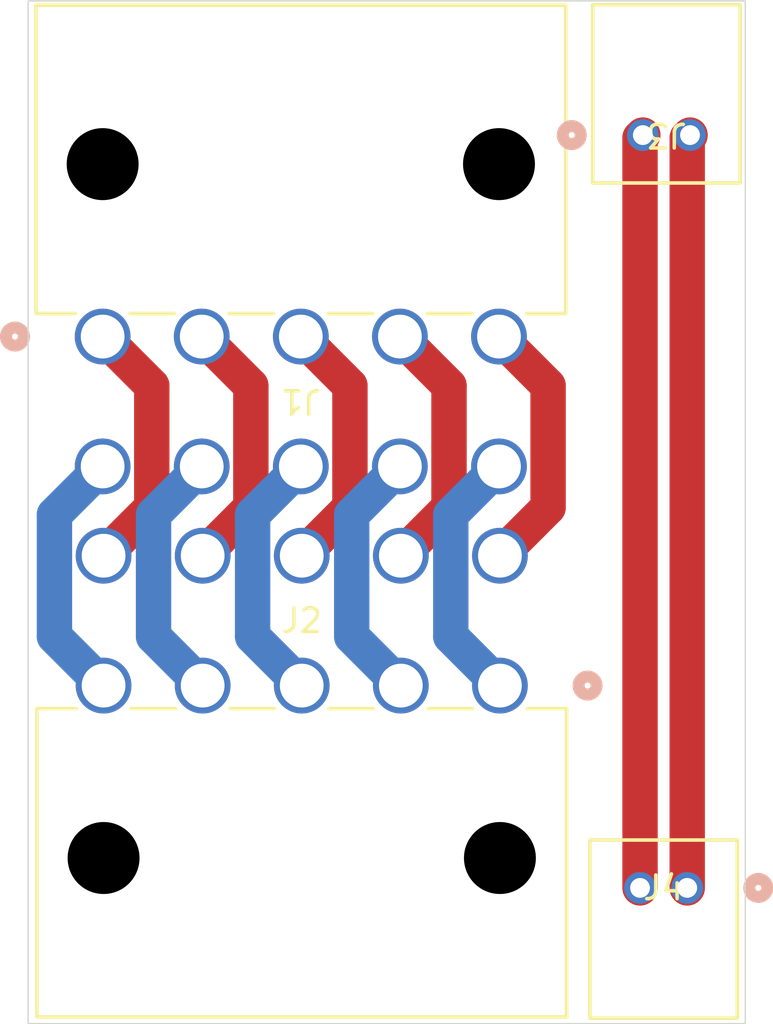
<source format=kicad_pcb>
(kicad_pcb (version 20241229) (generator "pcbnew") (generator_version "9.0")
  (layers (0 "F.Cu" signal) (4 "In1.Cu" power) (6 "In2.Cu" power) (2 "B.Cu" signal) (13 "F.Paste" user) (15 "B.Paste" user) (5 "F.SilkS" user "F.Silkscreen") (7 "B.SilkS" user "B.Silkscreen") (1 "F.Mask" user) (3 "B.Mask" user) (25 "Edge.Cuts" user))
  (net 0 "")
  (net 1 "Net-(J1-Pad9)")
  (net 2 "Net-(J1-Pad2)")
  (net 3 "Net-(J1-Pad6)")
  (net 4 "Net-(J1-Pad10)")
  (net 5 "Net-(J1-Pad8)")
  (net 6 "Net-(J1-Pad4)")
  (net 7 "Net-(J1-Pad1)")
  (net 8 "Net-(J1-Pad3)")
  (net 9 "Net-(J1-Pad5)")
  (net 10 "Net-(J1-Pad7)")
  (net 11 "Net-(J3-Pad1)")
  (net 12 "Net-(J3-Pad2)")
  (footprint "CONN_5569-10A_MOL:CONN_5569-10A_MOL" (layer "F.Cu") (at 148.599997 75.389749)
    (property "Reference" "J2" (at -8.399998 -2.75 0) (layer "F.SilkS"))
    (property "Value" "39300100")
    (fp_line (start -19.626798 0.973) (end -19.626798 14.028601) (stroke (width 0.1524)) (layer "F.SilkS"))
    (fp_line (start -19.626798 14.028601) (end 2.826802 14.028601) (stroke (width 0.1524)) (layer "F.SilkS"))
    (fp_line (start -17.95973 0.973) (end -19.626798 0.973) (stroke (width 0.1524)) (layer "F.SilkS"))
    (fp_line (start -13.759731 0.973) (end -15.640263 0.973) (stroke (width 0.1524)) (layer "F.SilkS"))
    (fp_line (start -9.559732 0.973) (end -11.440264 0.973) (stroke (width 0.1524)) (layer "F.SilkS"))
    (fp_line (start -5.359732 0.973) (end -7.240265 0.973) (stroke (width 0.1524)) (layer "F.SilkS"))
    (fp_line (start -1.159733 0.973) (end -3.040265 0.973) (stroke (width 0.1524)) (layer "F.SilkS"))
    (fp_line (start 2.826802 0.973) (end 1.159734 0.973) (stroke (width 0.1524)) (layer "F.SilkS"))
    (fp_line (start 2.826802 14.028601) (end 2.826802 0.973) (stroke (width 0.1524)) (layer "F.SilkS"))
    (fp_circle (center 3.715802 0) (end 4.096802 0) (stroke (width 0.508)) (fill no) (layer "F.SilkS"))
    (fp_circle (center 3.715802 0) (end 4.096802 0) (stroke (width 0.508)) (fill no) (layer "B.SilkS"))
    (pad "" np_thru_hole circle (at -16.799997 7.300001) (size 3.048 3.048) (drill 3.048) (layers))
    (pad "" np_thru_hole circle (at 0 7.300001) (size 3.048 3.048) (drill 3.048) (layers))
    (pad "1" thru_hole circle (at 0 0) (size 2.3622 2.3622) (drill 1.8542) (layers "*.Cu" "*.Mask") (net 4 "Net-(J1-Pad10)"))
    (pad "2" thru_hole circle (at -4.199999 0) (size 2.3622 2.3622) (drill 1.8542) (layers "*.Cu" "*.Mask") (net 1 "Net-(J1-Pad9)"))
    (pad "3" thru_hole circle (at -8.399998 0) (size 2.3622 2.3622) (drill 1.8542) (layers "*.Cu" "*.Mask") (net 5 "Net-(J1-Pad8)"))
    (pad "4" thru_hole circle (at -12.599997 0) (size 2.3622 2.3622) (drill 1.8542) (layers "*.Cu" "*.Mask") (net 10 "Net-(J1-Pad7)"))
    (pad "5" thru_hole circle (at -16.799997 0) (size 2.3622 2.3622) (drill 1.8542) (layers "*.Cu" "*.Mask") (net 3 "Net-(J1-Pad6)"))
    (pad "6" thru_hole circle (at 0 -5.499999) (size 2.3622 2.3622) (drill 1.8542) (layers "*.Cu" "*.Mask") (net 9 "Net-(J1-Pad5)"))
    (pad "7" thru_hole circle (at -4.199999 -5.499999) (size 2.3622 2.3622) (drill 1.8542) (layers "*.Cu" "*.Mask") (net 6 "Net-(J1-Pad4)"))
    (pad "8" thru_hole circle (at -8.399998 -5.499999) (size 2.3622 2.3622) (drill 1.8542) (layers "*.Cu" "*.Mask") (net 8 "Net-(J1-Pad3)"))
    (pad "9" thru_hole circle (at -12.599997 -5.499999) (size 2.3622 2.3622) (drill 1.8542) (layers "*.Cu" "*.Mask") (net 2 "Net-(J1-Pad2)"))
    (pad "10" thru_hole circle (at -16.799997 -5.499999) (size 2.3622 2.3622) (drill 1.8542) (layers "*.Cu" "*.Mask") (net 7 "Net-(J1-Pad1)"))
  )
  (footprint "CONN02_532540270_MOL:CONN02_532540270_MOL" (layer "F.Cu") (at 154.658644 52.080679 180)
    (property "Reference" "J3" (at -1 0 180) (layer "F.SilkS"))
    (property "Value" "532540270")
    (fp_line (start 2.1242 5.51688) (end 2.1242 -2.02692) (stroke (width 0.1524)) (layer "F.SilkS"))
    (fp_line (start 2.1242 -2.02692) (end -4.1242 -2.02692) (stroke (width 0.1524)) (layer "F.SilkS"))
    (fp_line (start -4.1242 5.51688) (end 2.1242 5.51688) (stroke (width 0.1524)) (layer "F.SilkS"))
    (fp_line (start -4.1242 -2.02692) (end -4.1242 5.51688) (stroke (width 0.1524)) (layer "F.SilkS"))
    (fp_circle (center 3.0132 0) (end 3.3942 0) (stroke (width 0.508)) (fill no) (layer "F.SilkS"))
    (fp_circle (center 3.0132 0) (end 3.3942 0) (stroke (width 0.508)) (fill no) (layer "B.SilkS"))
    (pad "1" thru_hole circle (at 0 0 180) (size 1.3462 1.3462) (drill 0.8382) (layers "*.Cu" "*.Mask") (net 11 "Net-(J3-Pad1)"))
    (pad "2" thru_hole circle (at -2.000001 0 180) (size 1.3462 1.3462) (drill 0.8382) (layers "*.Cu" "*.Mask") (net 12 "Net-(J3-Pad2)"))
  )
  (footprint "CONN02_532540270_MOL:CONN02_532540270_MOL" (layer "F.Cu") (at 156.5396 83.95502)
    (property "Reference" "J4" (at -1 0 0) (layer "F.SilkS"))
    (property "Value" "532540270")
    (fp_line (start -4.1242 -2.02692) (end -4.1242 5.51688) (stroke (width 0.1524)) (layer "F.SilkS"))
    (fp_line (start -4.1242 5.51688) (end 2.1242 5.51688) (stroke (width 0.1524)) (layer "F.SilkS"))
    (fp_line (start 2.1242 -2.02692) (end -4.1242 -2.02692) (stroke (width 0.1524)) (layer "F.SilkS"))
    (fp_line (start 2.1242 5.51688) (end 2.1242 -2.02692) (stroke (width 0.1524)) (layer "F.SilkS"))
    (fp_circle (center 3.0132 0) (end 3.3942 0) (stroke (width 0.508)) (fill no) (layer "F.SilkS"))
    (fp_circle (center 3.0132 0) (end 3.3942 0) (stroke (width 0.508)) (fill no) (layer "B.SilkS"))
    (pad "1" thru_hole circle (at 0 0) (size 1.3462 1.3462) (drill 0.8382) (layers "*.Cu" "*.Mask") (net 12 "Net-(J3-Pad2)"))
    (pad "2" thru_hole circle (at -2.000001 0) (size 1.3462 1.3462) (drill 0.8382) (layers "*.Cu" "*.Mask") (net 11 "Net-(J3-Pad1)"))
  )
  (footprint "CONN_5569-10A_MOL:CONN_5569-10A_MOL" (layer "F.Cu") (at 131.760402 60.610251 180)
    (property "Reference" "J1" (at -8.399998 -2.75 180) (layer "F.SilkS"))
    (property "Value" "39300100")
    (fp_line (start 2.826802 14.028601) (end 2.826802 0.973) (stroke (width 0.1524)) (layer "F.SilkS"))
    (fp_line (start 2.826802 0.973) (end 1.159734 0.973) (stroke (width 0.1524)) (layer "F.SilkS"))
    (fp_line (start -1.159733 0.973) (end -3.040265 0.973) (stroke (width 0.1524)) (layer "F.SilkS"))
    (fp_line (start -5.359732 0.973) (end -7.240265 0.973) (stroke (width 0.1524)) (layer "F.SilkS"))
    (fp_line (start -9.559732 0.973) (end -11.440264 0.973) (stroke (width 0.1524)) (layer "F.SilkS"))
    (fp_line (start -13.759731 0.973) (end -15.640263 0.973) (stroke (width 0.1524)) (layer "F.SilkS"))
    (fp_line (start -17.95973 0.973) (end -19.626798 0.973) (stroke (width 0.1524)) (layer "F.SilkS"))
    (fp_line (start -19.626798 14.028601) (end 2.826802 14.028601) (stroke (width 0.1524)) (layer "F.SilkS"))
    (fp_line (start -19.626798 0.973) (end -19.626798 14.028601) (stroke (width 0.1524)) (layer "F.SilkS"))
    (fp_circle (center 3.715802 0) (end 4.096802 0) (stroke (width 0.508)) (fill no) (layer "F.SilkS"))
    (fp_circle (center 3.715802 0) (end 4.096802 0) (stroke (width 0.508)) (fill no) (layer "B.SilkS"))
    (pad "" np_thru_hole circle (at -16.799997 7.300001 180) (size 3.048 3.048) (drill 3.048) (layers))
    (pad "" np_thru_hole circle (at 0 7.300001 180) (size 3.048 3.048) (drill 3.048) (layers))
    (pad "1" thru_hole circle (at 0 0 180) (size 2.3622 2.3622) (drill 1.8542) (layers "*.Cu" "*.Mask") (net 7 "Net-(J1-Pad1)"))
    (pad "2" thru_hole circle (at -4.199999 0 180) (size 2.3622 2.3622) (drill 1.8542) (layers "*.Cu" "*.Mask") (net 2 "Net-(J1-Pad2)"))
    (pad "3" thru_hole circle (at -8.399998 0 180) (size 2.3622 2.3622) (drill 1.8542) (layers "*.Cu" "*.Mask") (net 8 "Net-(J1-Pad3)"))
    (pad "4" thru_hole circle (at -12.599997 0 180) (size 2.3622 2.3622) (drill 1.8542) (layers "*.Cu" "*.Mask") (net 6 "Net-(J1-Pad4)"))
    (pad "5" thru_hole circle (at -16.799997 0 180) (size 2.3622 2.3622) (drill 1.8542) (layers "*.Cu" "*.Mask") (net 9 "Net-(J1-Pad5)"))
    (pad "6" thru_hole circle (at 0 -5.499999 180) (size 2.3622 2.3622) (drill 1.8542) (layers "*.Cu" "*.Mask") (net 3 "Net-(J1-Pad6)"))
    (pad "7" thru_hole circle (at -4.199999 -5.499999 180) (size 2.3622 2.3622) (drill 1.8542) (layers "*.Cu" "*.Mask") (net 10 "Net-(J1-Pad7)"))
    (pad "8" thru_hole circle (at -8.399998 -5.499999 180) (size 2.3622 2.3622) (drill 1.8542) (layers "*.Cu" "*.Mask") (net 5 "Net-(J1-Pad8)"))
    (pad "9" thru_hole circle (at -12.599997 -5.499999 180) (size 2.3622 2.3622) (drill 1.8542) (layers "*.Cu" "*.Mask") (net 1 "Net-(J1-Pad9)"))
    (pad "10" thru_hole circle (at -16.799997 -5.499999 180) (size 2.3622 2.3622) (drill 1.8542) (layers "*.Cu" "*.Mask") (net 4 "Net-(J1-Pad10)"))
  )
  (gr_rect (start 128.6 46.4) (end 159 89.7) (stroke (width 0.05)) (fill no) (layer "Edge.Cuts"))
  (segment (start 142.317898 73.307649) (end 144.399998 75.389749) (width 1.5) (layer "B.Cu") (net 1))
  (segment (start 142.317898 68.152751) (end 142.317898 73.307649) (width 1.5) (layer "B.Cu") (net 1))
  (segment (start 144.360399 66.11025) (end 142.317898 68.152751) (width 1.5) (layer "B.Cu") (net 1))
  (segment (start 138.042501 67.847249) (end 136 69.88975) (width 1.5) (layer "F.Cu") (net 2))
  (segment (start 138.042501 62.692351) (end 138.042501 67.847249) (width 1.5) (layer "F.Cu") (net 2))
  (segment (start 135.960401 60.610251) (end 138.042501 62.692351) (width 1.5) (layer "F.Cu") (net 2))
  (segment (start 131.700003 66.170649) (end 131.760402 66.11025) (width 1.5) (layer "F.Cu") (net 3))
  (segment (start 129.7179 68.152752) (end 129.7179 73.307649) (width 1.5) (layer "B.Cu") (net 3))
  (segment (start 131.760402 66.11025) (end 129.7179 68.152752) (width 1.5) (layer "B.Cu") (net 3))
  (segment (start 129.7179 73.307649) (end 131.8 75.389749) (width 1.5) (layer "B.Cu") (net 3))
  (segment (start 148.5 66.170649) (end 148.560399 66.11025) (width 1.5) (layer "F.Cu") (net 4))
  (segment (start 148.560399 66.11025) (end 146.517897 68.152752) (width 1.5) (layer "B.Cu") (net 4))
  (segment (start 146.517897 68.152752) (end 146.517897 73.307649) (width 1.5) (layer "B.Cu") (net 4))
  (segment (start 146.517897 73.307649) (end 148.599997 75.389749) (width 1.5) (layer "B.Cu") (net 4))
  (segment (start 140.100001 66.170649) (end 140.1604 66.11025) (width 1.5) (layer "F.Cu") (net 5))
  (segment (start 138.117899 68.152751) (end 138.117899 73.307649) (width 1.5) (layer "B.Cu") (net 5))
  (segment (start 140.1604 66.11025) (end 138.117899 68.152751) (width 1.5) (layer "B.Cu") (net 5))
  (segment (start 138.117899 73.307649) (end 140.199999 75.389749) (width 1.5) (layer "B.Cu") (net 5))
  (segment (start 144.360399 60.610251) (end 146.442499 62.692351) (width 1.5) (layer "F.Cu") (net 6))
  (segment (start 146.442499 67.847249) (end 144.399998 69.88975) (width 1.5) (layer "F.Cu") (net 6))
  (segment (start 146.442499 62.692351) (end 146.442499 67.847249) (width 1.5) (layer "F.Cu") (net 6))
  (segment (start 131.760402 60.610251) (end 133.842502 62.692351) (width 1.5) (layer "F.Cu") (net 7))
  (segment (start 133.842502 67.847248) (end 131.8 69.88975) (width 1.5) (layer "F.Cu") (net 7))
  (segment (start 133.842502 62.692351) (end 133.842502 67.847248) (width 1.5) (layer "F.Cu") (net 7))
  (segment (start 140.1604 60.610251) (end 142.2425 62.692351) (width 1.5) (layer "F.Cu") (net 8))
  (segment (start 142.2425 67.847249) (end 140.199999 69.88975) (width 1.5) (layer "F.Cu") (net 8))
  (segment (start 142.2425 62.692351) (end 142.2425 67.847249) (width 1.5) (layer "F.Cu") (net 8))
  (segment (start 150.642499 62.692351) (end 150.642499 67.847248) (width 1.5) (layer "F.Cu") (net 9))
  (segment (start 148.560399 60.610251) (end 150.642499 62.692351) (width 1.5) (layer "F.Cu") (net 9))
  (segment (start 150.642499 67.847248) (end 148.599997 69.88975) (width 1.5) (layer "F.Cu") (net 9))
  (segment (start 135.960401 66.11025) (end 133.9179 68.152751) (width 1.5) (layer "B.Cu") (net 10))
  (segment (start 133.9179 73.307649) (end 136 75.389749) (width 1.5) (layer "B.Cu") (net 10))
  (segment (start 133.9179 68.152751) (end 133.9179 73.307649) (width 1.5) (layer "B.Cu") (net 10))
  (segment (start 154.539599 52.199724) (end 154.539599 83.95502) (width 1.5) (layer "F.Cu") (net 11))
  (segment (start 154.658644 52.080679) (end 154.539599 52.199724) (width 1.5) (layer "F.Cu") (net 11))
  (segment (start 156.5396 52.199724) (end 156.658645 52.080679) (width 1.5) (layer "F.Cu") (net 12))
  (segment (start 156.5396 83.95502) (end 156.5396 52.199724) (width 1.5) (layer "F.Cu") (net 12))
)
</source>
